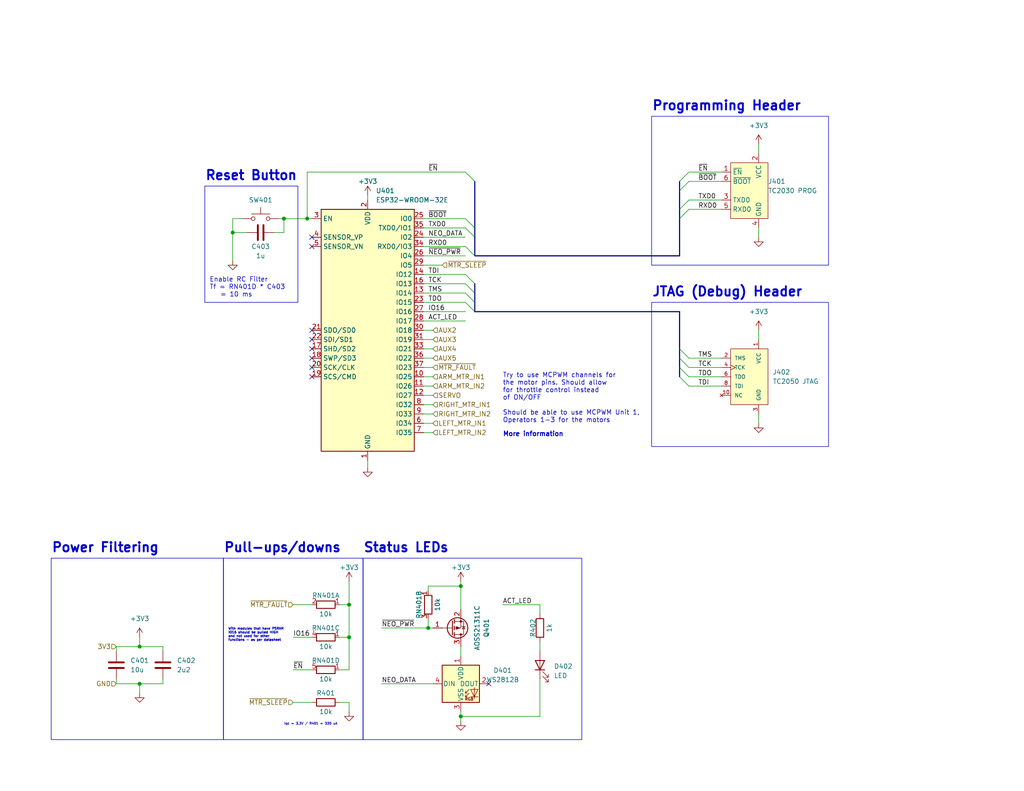
<source format=kicad_sch>
(kicad_sch (version 20230121) (generator eeschema)
  (paper "USLetter")
  (title_block (title "MiniSkidi Control Board") (date "2024-02-17") (rev "A1") (company "Olympus Engineering") (comment 1 "The ESP-32-WROOM-32EU requires a u.Fl external WiFi antenna") (comment 2 "The ESP32-WROOM-32E has a PCB WiFI antenna") (comment 3 "Compatible microcontrollers: ESP32-WROOM-32E/EU"))
  (lib_symbols
    (symbol "Device:C" (pin_numbers hide) (pin_names (offset 0.254))
      (property "Reference" "C" (at 0.635 2.54 0))
      (property "Value" "C" (at 0.635 -2.54 0))
      (symbol "C_0_1"
        (polyline (pts (xy -2.032 -0.762) (xy 2.032 -0.762)) (stroke (width 0.508)))
        (polyline (pts (xy -2.032 0.762) (xy 2.032 0.762)) (stroke (width 0.508)))
      )
      (symbol "C_1_1"
        (pin passive line (at 0 3.81 270) (length 2.794) (name "~") (number "1"))
        (pin passive line (at 0 -3.81 90) (length 2.794) (name "~") (number "2"))
      )
    )
    (symbol "Device:LED" (pin_numbers hide) (pin_names (offset 1.016) hide)
      (property "Reference" "D" (at 0 2.54 0))
      (property "Value" "LED" (at 0 -2.54 0))
      (symbol "LED_0_1"
        (polyline (pts (xy -1.27 -1.27) (xy -1.27 1.27)) (stroke (width 0.254)))
        (polyline (pts (xy -1.27 0) (xy 1.27 0)))
        (polyline (pts (xy 1.27 -1.27) (xy 1.27 1.27) (xy -1.27 0) (xy 1.27 -1.27)) (stroke (width 0.254)))
        (polyline (pts (xy -3.048 -0.762) (xy -4.572 -2.286) (xy -3.81 -2.286) (xy -4.572 -2.286) (xy -4.572 -1.524)))
        (polyline (pts (xy -1.778 -0.762) (xy -3.302 -2.286) (xy -2.54 -2.286) (xy -3.302 -2.286) (xy -3.302 -1.524)))
      )
      (symbol "LED_1_1"
        (pin passive line (at -3.81 0 0) (length 2.54) (name "K") (number "1"))
        (pin passive line (at 3.81 0 180) (length 2.54) (name "A") (number "2"))
      )
    )
    (symbol "Device:R" (pin_numbers hide) (pin_names (offset 0))
      (property "Reference" "R" (at 2.032 0 90))
      (property "Value" "R" (at 0 0 90))
      (symbol "R_0_1"
        (rectangle (start -1.016 -2.54) (end 1.016 2.54) (stroke (width 0.254)))
      )
      (symbol "R_1_1"
        (pin passive line (at 0 3.81 270) (length 1.27) (name "~") (number "1"))
        (pin passive line (at 0 -3.81 90) (length 1.27) (name "~") (number "2"))
      )
    )
    (symbol "Device:R_Network04_Split" (pin_names (offset 0) hide)
      (property "Reference" "RN" (at 2.032 0 90))
      (property "Value" "R_Network04_Split" (at 0 0 90))
      (symbol "R_Network04_Split_0_1"
        (rectangle (start 1.016 2.54) (end -1.016 -2.54) (stroke (width 0.254)))
        (pin passive line (at 0 3.81 270) (length 1.27) (name "R1") (number "1"))
      )
      (symbol "R_Network04_Split_1_1"
        (pin passive line (at 0 -3.81 90) (length 1.27) (name "R1.2") (number "2"))
      )
      (symbol "R_Network04_Split_2_1"
        (pin passive line (at 0 -3.81 90) (length 1.27) (name "R2.2") (number "3"))
      )
      (symbol "R_Network04_Split_3_1"
        (pin passive line (at 0 -3.81 90) (length 1.27) (name "R3.2") (number "4"))
      )
      (symbol "R_Network04_Split_4_1"
        (pin passive line (at 0 -3.81 90) (length 1.27) (name "R4.2") (number "5"))
      )
    )
    (symbol "LED:WS2812B" (pin_names (offset 0.254))
      (property "Reference" "D" (at 5.08 5.715 0))
      (property "Value" "WS2812B" (at 1.27 -5.715 0))
      (symbol "WS2812B_0_0"
        (text "RGB" (at 2.286 -4.191 0) (effects (font (size 0.762 0.762))))
      )
      (symbol "WS2812B_0_1"
        (polyline (pts (xy 1.27 -3.556) (xy 1.778 -3.556)))
        (polyline (pts (xy 1.27 -2.54) (xy 1.778 -2.54)))
        (polyline (pts (xy 4.699 -3.556) (xy 2.667 -3.556)))
        (polyline (pts (xy 2.286 -2.54) (xy 1.27 -3.556) (xy 1.27 -3.048)))
        (polyline (pts (xy 2.286 -1.524) (xy 1.27 -2.54) (xy 1.27 -2.032)))
        (polyline (pts (xy 3.683 -1.016) (xy 3.683 -3.556) (xy 3.683 -4.064)))
        (polyline (pts (xy 4.699 -1.524) (xy 2.667 -1.524) (xy 3.683 -3.556) (xy 4.699 -1.524)))
        (rectangle (start 5.08 5.08) (end -5.08 -5.08) (stroke (width 0.254)) (fill (type background)))
      )
      (symbol "WS2812B_1_1"
        (pin power_in line (at 0 7.62 270) (length 2.54) (name "VDD") (number "1"))
        (pin output line (at 7.62 0 180) (length 2.54) (name "DOUT") (number "2"))
        (pin power_in line (at 0 -7.62 90) (length 2.54) (name "VSS") (number "3"))
        (pin input line (at -7.62 0 0) (length 2.54) (name "DIN") (number "4"))
      )
    )
    (symbol "Olympus Engineering:Conn_ESP_JTAG_TagConnect_TC2050" (pin_names (offset 1.016))
      (property "Reference" "J" (at 3.81 8.89 0))
      (property "Value" "TC2050 JTAG" (at -2.54 -10.16 0))
      (symbol "Conn_ESP_JTAG_TagConnect_TC2050_0_0"
        (rectangle (start -5.08 -7.62) (end 5.08 7.62) (stroke (width 0.1524)) (fill (type background)))
      )
      (symbol "Conn_ESP_JTAG_TagConnect_TC2050_1_0"
        (pin passive line (at -2.54 10.16 270) (length 2.54) (name "VCC") (number "1"))
        (pin no_connect line (at 7.62 -5.08 180) (length 2.54) (name "NC") (number "10"))
        (pin bidirectional line (at 7.62 5.08 180) (length 2.54) (name "TMS") (number "2"))
        (pin power_in line (at -2.54 -10.16 90) (length 2.54) (name "GND") (number "3"))
        (pin output clock (at 7.62 2.54 180) (length 2.54) (name "TCK") (number "4"))
        (pin passive line (at -2.54 -10.16 90) (length 2.54) hide (name "GND") (number "5"))
        (pin output line (at 7.62 0 180) (length 2.54) (name "TDO") (number "6"))
        (pin passive line (at -2.54 -10.16 90) (length 2.54) hide (name "GND") (number "7"))
        (pin input line (at 7.62 -2.54 180) (length 2.54) (name "TDI") (number "8"))
        (pin passive line (at -2.54 -10.16 90) (length 2.54) hide (name "GND") (number "9"))
      )
    )
    (symbol "Olympus Engineering:Conn_ESP_PROG_TagConnect_TC2030"
      (property "Reference" "J" (at 1.27 8.89 0))
      (property "Value" "TC2030 PROG" (at 2.54 -8.89 0))
      (symbol "Conn_ESP_PROG_TagConnect_TC2030_0_1"
        (rectangle (start -7.62 7.62) (end 2.54 -7.62) (fill (type background)))
      )
      (symbol "Conn_ESP_PROG_TagConnect_TC2030_1_0"
        (pin open_collector line (at 5.08 5.08 180) (length 2.54) (name "~{EN}") (number "1"))
        (pin power_in line (at -5.08 10.16 270) (length 2.54) (name "VCC") (number "2"))
        (pin bidirectional line (at 5.08 -2.54 180) (length 2.54) (name "TXD0") (number "3"))
        (pin power_in line (at -5.08 -10.16 90) (length 2.54) (name "GND") (number "4"))
        (pin bidirectional line (at 5.08 -5.08 180) (length 2.54) (name "RXD0") (number "5"))
        (pin open_collector line (at 5.08 2.54 180) (length 2.54) (name "~{BOOT}") (number "6"))
      )
    )
    (symbol "RF_Module:ESP32-WROOM-32D"
      (property "Reference" "U" (at -12.7 34.29 0))
      (property "Value" "ESP32-WROOM-32D" (at 1.27 34.29 0))
      (symbol "ESP32-WROOM-32D_0_1"
        (rectangle (start -12.7 33.02) (end 12.7 -33.02) (stroke (width 0.254)) (fill (type background)))
      )
      (symbol "ESP32-WROOM-32D_1_1"
        (pin power_in line (at 0 -35.56 90) (length 2.54) (name "GND") (number "1"))
        (pin bidirectional line (at 15.24 -12.7 180) (length 2.54) (name "IO25") (number "10"))
        (pin bidirectional line (at 15.24 -15.24 180) (length 2.54) (name "IO26") (number "11"))
        (pin bidirectional line (at 15.24 -17.78 180) (length 2.54) (name "IO27") (number "12"))
        (pin bidirectional line (at 15.24 10.16 180) (length 2.54) (name "IO14") (number "13"))
        (pin bidirectional line (at 15.24 15.24 180) (length 2.54) (name "IO12") (number "14"))
        (pin passive line (at 0 -35.56 90) (length 2.54) hide (name "GND") (number "15"))
        (pin bidirectional line (at 15.24 12.7 180) (length 2.54) (name "IO13") (number "16"))
        (pin bidirectional line (at -15.24 -5.08 0) (length 2.54) (name "SHD/SD2") (number "17"))
        (pin bidirectional line (at -15.24 -7.62 0) (length 2.54) (name "SWP/SD3") (number "18"))
        (pin bidirectional line (at -15.24 -12.7 0) (length 2.54) (name "SCS/CMD") (number "19"))
        (pin power_in line (at 0 35.56 270) (length 2.54) (name "VDD") (number "2"))
        (pin bidirectional line (at -15.24 -10.16 0) (length 2.54) (name "SCK/CLK") (number "20"))
        (pin bidirectional line (at -15.24 0 0) (length 2.54) (name "SDO/SD0") (number "21"))
        (pin bidirectional line (at -15.24 -2.54 0) (length 2.54) (name "SDI/SD1") (number "22"))
        (pin bidirectional line (at 15.24 7.62 180) (length 2.54) (name "IO15") (number "23"))
        (pin bidirectional line (at 15.24 25.4 180) (length 2.54) (name "IO2") (number "24"))
        (pin bidirectional line (at 15.24 30.48 180) (length 2.54) (name "IO0") (number "25"))
        (pin bidirectional line (at 15.24 20.32 180) (length 2.54) (name "IO4") (number "26"))
        (pin bidirectional line (at 15.24 5.08 180) (length 2.54) (name "IO16") (number "27"))
        (pin bidirectional line (at 15.24 2.54 180) (length 2.54) (name "IO17") (number "28"))
        (pin bidirectional line (at 15.24 17.78 180) (length 2.54) (name "IO5") (number "29"))
        (pin input line (at -15.24 30.48 0) (length 2.54) (name "EN") (number "3"))
        (pin bidirectional line (at 15.24 0 180) (length 2.54) (name "IO18") (number "30"))
        (pin bidirectional line (at 15.24 -2.54 180) (length 2.54) (name "IO19") (number "31"))
        (pin no_connect line (at -12.7 -27.94 0) (length 2.54) hide (name "NC") (number "32"))
        (pin bidirectional line (at 15.24 -5.08 180) (length 2.54) (name "IO21") (number "33"))
        (pin bidirectional line (at 15.24 22.86 180) (length 2.54) (name "RXD0/IO3") (number "34"))
        (pin bidirectional line (at 15.24 27.94 180) (length 2.54) (name "TXD0/IO1") (number "35"))
        (pin bidirectional line (at 15.24 -7.62 180) (length 2.54) (name "IO22") (number "36"))
        (pin bidirectional line (at 15.24 -10.16 180) (length 2.54) (name "IO23") (number "37"))
        (pin passive line (at 0 -35.56 90) (length 2.54) hide (name "GND") (number "38"))
        (pin passive line (at 0 -35.56 90) (length 2.54) hide (name "GND") (number "39"))
        (pin input line (at -15.24 25.4 0) (length 2.54) (name "SENSOR_VP") (number "4"))
        (pin input line (at -15.24 22.86 0) (length 2.54) (name "SENSOR_VN") (number "5"))
        (pin input line (at 15.24 -25.4 180) (length 2.54) (name "IO34") (number "6"))
        (pin input line (at 15.24 -27.94 180) (length 2.54) (name "IO35") (number "7"))
        (pin bidirectional line (at 15.24 -20.32 180) (length 2.54) (name "IO32") (number "8"))
        (pin bidirectional line (at 15.24 -22.86 180) (length 2.54) (name "IO33") (number "9"))
      )
    )
    (symbol "Switch:SW_Push" (pin_numbers hide) (pin_names (offset 1.016) hide)
      (property "Reference" "SW" (at 1.27 2.54 0))
      (property "Value" "SW_Push" (at 0 -1.524 0))
      (symbol "SW_Push_0_1"
        (circle (center -2.032 0) (radius 0.508))
        (polyline (pts (xy 0 1.27) (xy 0 3.048)))
        (polyline (pts (xy 2.54 1.27) (xy -2.54 1.27)))
        (circle (center 2.032 0) (radius 0.508))
        (pin passive line (at -5.08 0 0) (length 2.54) (name "1") (number "1"))
        (pin passive line (at 5.08 0 180) (length 2.54) (name "2") (number "2"))
      )
    )
    (symbol "Transistor_FET:FDN340P" (pin_names hide)
      (property "Reference" "Q" (at 5.08 1.905 0))
      (property "Value" "FDN340P" (at 5.08 0 0))
      (symbol "FDN340P_0_1"
        (polyline (pts (xy 0.254 0) (xy -2.54 0)))
        (polyline (pts (xy 0.254 1.905) (xy 0.254 -1.905)) (stroke (width 0.254)))
        (polyline (pts (xy 0.762 -1.27) (xy 0.762 -2.286)) (stroke (width 0.254)))
        (polyline (pts (xy 0.762 0.508) (xy 0.762 -0.508)) (stroke (width 0.254)))
        (polyline (pts (xy 0.762 2.286) (xy 0.762 1.27)) (stroke (width 0.254)))
        (polyline (pts (xy 2.54 2.54) (xy 2.54 1.778)))
        (polyline (pts (xy 2.54 -2.54) (xy 2.54 0) (xy 0.762 0)))
        (polyline (pts (xy 0.762 1.778) (xy 3.302 1.778) (xy 3.302 -1.778) (xy 0.762 -1.778)))
        (polyline (pts (xy 2.286 0) (xy 1.27 0.381) (xy 1.27 -0.381) (xy 2.286 0)) (fill (type outline)))
        (polyline (pts (xy 2.794 -0.508) (xy 2.921 -0.381) (xy 3.683 -0.381) (xy 3.81 -0.254)))
        (polyline (pts (xy 3.302 -0.381) (xy 2.921 0.254) (xy 3.683 0.254) (xy 3.302 -0.381)))
        (circle (center 1.651 0) (radius 2.794) (stroke (width 0.254)))
        (circle (center 2.54 -1.778) (radius 0.254) (fill (type outline)))
        (circle (center 2.54 1.778) (radius 0.254) (fill (type outline)))
      )
      (symbol "FDN340P_1_1"
        (pin input line (at -5.08 0 0) (length 2.54) (name "G") (number "1"))
        (pin passive line (at 2.54 -5.08 90) (length 2.54) (name "S") (number "2"))
        (pin passive line (at 2.54 5.08 270) (length 2.54) (name "D") (number "3"))
      )
    )
    (symbol "power:+3V3" (power) (pin_names (offset 0))
      (property "Value" "+3V3" (at 0 3.556 0))
      (symbol "+3V3_0_1"
        (polyline (pts (xy -0.762 1.27) (xy 0 2.54)))
        (polyline (pts (xy 0 0) (xy 0 2.54)))
        (polyline (pts (xy 0 2.54) (xy 0.762 1.27)))
      )
      (symbol "+3V3_1_1"
        (pin power_in line (at 0 0 90) (length 0) hide (name "+3V3") (number "1"))
      )
    )
    (symbol "power:GND" (power) (pin_names (offset 0))
      (property "Value" "GND" (at 0 -3.81 0))
      (symbol "GND_0_1"
        (polyline (pts (xy 0 0) (xy 0 -1.27) (xy 1.27 -1.27) (xy 0 -2.54) (xy -1.27 -1.27) (xy 0 -1.27)))
      )
      (symbol "GND_1_1"
        (pin power_in line (at 0 0 270) (length 0) hide (name "GND") (number "1"))
      )
    )
  )
  (junction (at 125.73 160.02))
  (junction (at 125.73 195.58))
  (junction (at 38.1 186.69))
  (junction (at 83.82 59.69))
  (junction (at 38.1 176.53))
  (junction (at 95.25 173.99))
  (junction (at 77.47 59.69))
  (junction (at 95.25 165.1))
  (junction (at 63.5 63.5))
  (junction (at 116.84 171.45))
  (no_connect (at 85.09 67.31))
  (no_connect (at 85.09 92.71))
  (no_connect (at 85.09 95.25))
  (no_connect (at 85.09 97.79))
  (no_connect (at 133.35 186.69))
  (no_connect (at 85.09 100.33))
  (no_connect (at 85.09 102.87))
  (no_connect (at 85.09 90.17))
  (no_connect (at 85.09 64.77))
  (bus_entry (at 185.42 95.25) (size 2.54 2.54))
  (bus_entry (at 129.54 49.53) (size -2.54 -2.54))
  (bus_entry (at 185.42 52.07) (size 2.54 -2.54))
  (bus_entry (at 129.54 64.77) (size -2.54 -2.54))
  (bus_entry (at 127 82.55) (size 2.54 2.54))
  (bus_entry (at 185.42 97.79) (size 2.54 2.54))
  (bus_entry (at 129.54 69.85) (size -2.54 -2.54))
  (bus_entry (at 127 77.47) (size 2.54 2.54))
  (bus_entry (at 185.42 49.53) (size 2.54 -2.54))
  (bus_entry (at 185.42 100.33) (size 2.54 2.54))
  (bus_entry (at 185.42 102.87) (size 2.54 2.54))
  (bus_entry (at 129.54 62.23) (size -2.54 -2.54))
  (bus_entry (at 185.42 57.15) (size 2.54 -2.54))
  (bus_entry (at 127 74.93) (size 2.54 2.54))
  (bus_entry (at 185.42 59.69) (size 2.54 -2.54))
  (bus_entry (at 127 80.01) (size 2.54 2.54))
  (bus (pts (xy 129.54 82.55) (xy 129.54 85.09)))
  (bus (pts (xy 129.54 49.53) (xy 129.54 62.23)))
  (wire (pts (xy 38.1 176.53) (xy 44.45 176.53)))
  (wire (pts (xy 187.96 46.99) (xy 196.85 46.99)))
  (wire (pts (xy 115.57 69.85) (xy 127 69.85)))
  (wire (pts (xy 115.57 67.31) (xy 127 67.31)))
  (wire (pts (xy 115.57 102.87) (xy 118.11 102.87)))
  (bus (pts (xy 129.54 64.77) (xy 129.54 69.85)))
  (wire (pts (xy 207.01 41.91) (xy 207.01 39.37)))
  (wire (pts (xy 95.25 191.77) (xy 95.25 194.31)))
  (wire (pts (xy 196.85 105.41) (xy 187.96 105.41)))
  (wire (pts (xy 63.5 59.69) (xy 63.5 63.5)))
  (wire (pts (xy 95.25 173.99) (xy 95.25 165.1)))
  (wire (pts (xy 31.75 176.53) (xy 38.1 176.53)))
  (wire (pts (xy 95.25 158.75) (xy 95.25 165.1)))
  (bus (pts (xy 185.42 97.79) (xy 185.42 100.33)))
  (wire (pts (xy 115.57 80.01) (xy 127 80.01)))
  (wire (pts (xy 115.57 62.23) (xy 127 62.23)))
  (wire (pts (xy 115.57 115.57) (xy 118.11 115.57)))
  (wire (pts (xy 187.96 49.53) (xy 196.85 49.53)))
  (wire (pts (xy 115.57 105.41) (xy 118.11 105.41)))
  (wire (pts (xy 115.57 110.49) (xy 118.11 110.49)))
  (wire (pts (xy 115.57 87.63) (xy 127 87.63)))
  (wire (pts (xy 125.73 160.02) (xy 125.73 158.75)))
  (bus (pts (xy 129.54 62.23) (xy 129.54 64.77)))
  (wire (pts (xy 44.45 177.8) (xy 44.45 176.53)))
  (wire (pts (xy 115.57 64.77) (xy 127 64.77)))
  (wire (pts (xy 83.82 59.69) (xy 85.09 59.69)))
  (bus (pts (xy 185.42 49.53) (xy 185.42 52.07)))
  (wire (pts (xy 77.47 59.69) (xy 77.47 63.5)))
  (wire (pts (xy 31.75 186.69) (xy 38.1 186.69)))
  (bus (pts (xy 129.54 85.09) (xy 185.42 85.09)))
  (bus (pts (xy 185.42 100.33) (xy 185.42 102.87)))
  (wire (pts (xy 115.57 85.09) (xy 127 85.09)))
  (wire (pts (xy 115.57 118.11) (xy 118.11 118.11)))
  (wire (pts (xy 115.57 72.39) (xy 120.65 72.39)))
  (wire (pts (xy 80.01 173.99) (xy 85.09 173.99)))
  (wire (pts (xy 63.5 63.5) (xy 67.31 63.5)))
  (wire (pts (xy 115.57 107.95) (xy 118.11 107.95)))
  (wire (pts (xy 31.75 177.8) (xy 31.75 176.53)))
  (bus (pts (xy 129.54 69.85) (xy 185.42 69.85)))
  (wire (pts (xy 66.04 59.69) (xy 63.5 59.69)))
  (wire (pts (xy 80.01 191.77) (xy 85.09 191.77)))
  (bus (pts (xy 185.42 52.07) (xy 185.42 57.15)))
  (wire (pts (xy 83.82 46.99) (xy 83.82 59.69)))
  (bus (pts (xy 129.54 77.47) (xy 129.54 80.01)))
  (wire (pts (xy 196.85 102.87) (xy 187.96 102.87)))
  (wire (pts (xy 38.1 186.69) (xy 44.45 186.69)))
  (wire (pts (xy 100.33 53.34) (xy 100.33 54.61)))
  (wire (pts (xy 187.96 54.61) (xy 196.85 54.61)))
  (bus (pts (xy 185.42 85.09) (xy 185.42 95.25)))
  (wire (pts (xy 92.71 182.88) (xy 95.25 182.88)))
  (wire (pts (xy 125.73 176.53) (xy 125.73 179.07)))
  (wire (pts (xy 116.84 171.45) (xy 118.11 171.45)))
  (wire (pts (xy 44.45 186.69) (xy 44.45 185.42)))
  (wire (pts (xy 77.47 59.69) (xy 83.82 59.69)))
  (wire (pts (xy 92.71 165.1) (xy 95.25 165.1)))
  (bus (pts (xy 185.42 59.69) (xy 185.42 69.85)))
  (wire (pts (xy 80.01 182.88) (xy 85.09 182.88)))
  (wire (pts (xy 76.2 59.69) (xy 77.47 59.69)))
  (wire (pts (xy 115.57 77.47) (xy 127 77.47)))
  (wire (pts (xy 147.32 185.42) (xy 147.32 195.58)))
  (wire (pts (xy 31.75 185.42) (xy 31.75 186.69)))
  (wire (pts (xy 187.96 57.15) (xy 196.85 57.15)))
  (wire (pts (xy 125.73 160.02) (xy 125.73 166.37)))
  (wire (pts (xy 115.57 82.55) (xy 127 82.55)))
  (wire (pts (xy 147.32 167.64) (xy 147.32 165.1)))
  (wire (pts (xy 115.57 59.69) (xy 127 59.69)))
  (wire (pts (xy 207.01 90.17) (xy 207.01 92.71)))
  (wire (pts (xy 92.71 191.77) (xy 95.25 191.77)))
  (wire (pts (xy 115.57 92.71) (xy 118.11 92.71)))
  (wire (pts (xy 92.71 173.99) (xy 95.25 173.99)))
  (wire (pts (xy 147.32 195.58) (xy 125.73 195.58)))
  (wire (pts (xy 147.32 175.26) (xy 147.32 177.8)))
  (wire (pts (xy 125.73 195.58) (xy 125.73 196.85)))
  (wire (pts (xy 116.84 168.91) (xy 116.84 171.45)))
  (wire (pts (xy 137.16 165.1) (xy 147.32 165.1)))
  (bus (pts (xy 129.54 80.01) (xy 129.54 82.55)))
  (wire (pts (xy 100.33 125.73) (xy 100.33 127.635)))
  (wire (pts (xy 80.01 165.1) (xy 85.09 165.1)))
  (wire (pts (xy 116.84 160.02) (xy 116.84 161.29)))
  (wire (pts (xy 38.1 173.99) (xy 38.1 176.53)))
  (wire (pts (xy 104.14 186.69) (xy 118.11 186.69)))
  (wire (pts (xy 196.85 97.79) (xy 187.96 97.79)))
  (bus (pts (xy 185.42 57.15) (xy 185.42 59.69)))
  (wire (pts (xy 196.85 100.33) (xy 187.96 100.33)))
  (wire (pts (xy 116.84 160.02) (xy 125.73 160.02)))
  (wire (pts (xy 83.82 46.99) (xy 127 46.99)))
  (wire (pts (xy 104.14 171.45) (xy 116.84 171.45)))
  (wire (pts (xy 125.73 194.31) (xy 125.73 195.58)))
  (wire (pts (xy 95.25 173.99) (xy 95.25 182.88)))
  (wire (pts (xy 115.57 97.79) (xy 118.11 97.79)))
  (wire (pts (xy 115.57 113.03) (xy 118.11 113.03)))
  (wire (pts (xy 115.57 74.93) (xy 127 74.93)))
  (wire (pts (xy 115.57 95.25) (xy 118.11 95.25)))
  (bus (pts (xy 185.42 95.25) (xy 185.42 97.79)))
  (wire (pts (xy 115.57 100.33) (xy 118.11 100.33)))
  (wire (pts (xy 77.47 63.5) (xy 74.93 63.5)))
  (wire (pts (xy 38.1 186.69) (xy 38.1 189.23)))
  (wire (pts (xy 207.01 62.23) (xy 207.01 64.77)))
  (wire (pts (xy 207.01 113.03) (xy 207.01 115.57)))
  (wire (pts (xy 115.57 90.17) (xy 118.11 90.17)))
  (wire (pts (xy 63.5 63.5) (xy 63.5 71.12)))
  (rectangle (start 13.97 152.4) (end 60.96 201.93))
  (rectangle (start 60.96 152.4) (end 99.06 201.93))
  (rectangle (start 55.88 50.8) (end 81.28 82.55))
  (rectangle (start 177.8 82.55) (end 226.06 121.92))
  (rectangle (start 177.8 31.75) (end 226.06 72.39))
  (rectangle (start 99.06 152.4) (end 158.75 201.93))
  (text "Status LEDs" (at 99.06 151.13 0) (effects (font (size 2.54 2.54) (thickness 0.508) bold) (justify left bottom)))
  (text "Pull-ups/downs" (at 60.96 151.13 0) (effects (font (size 2.54 2.54) (thickness 0.508) bold) (justify left bottom)))
  (text "Reset Button" (at 55.88 49.53 0) (effects (font (size 2.54 2.54) (thickness 0.508) bold) (justify left bottom)))
  (text "More information" (at 137.16 119.38 0) (effects (font (size 1.27 1.27) (thickness 0.254) bold) (justify left bottom)))
  (text "Try to use MCPWM channels for \nthe motor pins. Should allow\nfor throttle control instead\nof ON/OFF\n\nShould be able to use MCPWM Unit 1,\nOperators 1-3 for the motors" (at 137.16 115.57 0) (effects (font (size 1.27 1.27)) (justify left bottom)))
  (text "Programming Header" (at 177.8 30.48 0) (effects (font (size 2.54 2.54) (thickness 0.508) bold) (justify left bottom)))
  (text "Iqc = 3.3V / R401 = 330 uA" (at 77.47 198.12 0) (effects (font (size 0.635 0.635) bold) (justify left bottom)))
  (text "JTAG (Debug) Header" (at 177.8 81.28 0) (effects (font (size 2.54 2.54) (thickness 0.508) bold) (justify left bottom)))
  (text "Enable RC Filter\nTf = RN401D * C403\n   = 10 ms" (at 57.15 81.28 0) (effects (font (size 1.27 1.27)) (justify left bottom)))
  (text "With modules that have PSRAM\nIO16 should be pulled HIGH\nand not used for other\nfunctions - as per datasheet" (at 62.23 175.26 0) (effects (font (size 0.635 0.635)) (justify left bottom)))
  (text "Power Filtering" (at 13.97 151.13 0) (effects (font (size 2.54 2.54) (thickness 0.508) bold) (justify left bottom)))
  (label "NEO_DATA" (at 116.84 64.77 0))
  (label "TCK" (at 116.84 77.47 0))
  (label "~{NEO_PWR}" (at 104.14 171.45 0))
  (label "~{BOOT}" (at 116.84 59.69 0))
  (label "TXD0" (at 116.84 62.23 0))
  (label "RXD0" (at 116.84 67.31 0))
  (label "IO16" (at 80.01 173.99 0))
  (label "ACT_LED" (at 116.84 87.63 0))
  (label "NEO_DATA" (at 104.14 186.69 0))
  (label "TCK" (at 190.5 100.33 0))
  (label "~{EN}" (at 116.84 46.99 0))
  (label "TDO" (at 116.84 82.55 0))
  (label "TMS" (at 116.84 80.01 0))
  (label "RXD0" (at 190.5 57.15 0))
  (label "~{EN}" (at 190.5 46.99 0))
  (label "TDI" (at 190.5 105.41 0))
  (label "TMS" (at 194.31 97.79 180))
  (label "TXD0" (at 190.5 54.61 0))
  (label "ACT_LED" (at 137.16 165.1 0))
  (label "~{BOOT}" (at 190.5 49.53 0))
  (label "TDI" (at 116.84 74.93 0))
  (label "~{NEO_PWR}" (at 116.84 69.85 0))
  (label "IO16" (at 116.84 85.09 0))
  (label "~{EN}" (at 80.01 182.88 0))
  (label "TDO" (at 190.5 102.87 0))
  (hierarchical_label "ARM_MTR_IN2" (shape input) (at 118.11 105.41 0))
  (hierarchical_label "LEFT_MTR_IN2" (shape input) (at 118.11 118.11 0))
  (hierarchical_label "AUX5" (shape input) (at 118.11 97.79 0))
  (hierarchical_label "SERVO" (shape input) (at 118.11 107.95 0))
  (hierarchical_label "ARM_MTR_IN1" (shape input) (at 118.11 102.87 0))
  (hierarchical_label "AUX4" (shape input) (at 118.11 95.25 0))
  (hierarchical_label "3V3" (shape input) (at 31.75 176.53 180))
  (hierarchical_label "RIGHT_MTR_IN2" (shape input) (at 118.11 113.03 0))
  (hierarchical_label "~{MTR_SLEEP}" (shape input) (at 120.65 72.39 0))
  (hierarchical_label "~{MTR_FAULT}" (shape input) (at 80.01 165.1 180))
  (hierarchical_label "LEFT_MTR_IN1" (shape input) (at 118.11 115.57 0))
  (hierarchical_label "AUX3" (shape input) (at 118.11 92.71 0))
  (hierarchical_label "~{MTR_SLEEP}" (shape input) (at 80.01 191.77 180))
  (hierarchical_label "GND" (shape input) (at 31.75 186.69 180))
  (hierarchical_label "~{MTR_FAULT}" (shape input) (at 118.11 100.33 0))
  (hierarchical_label "AUX2" (shape input) (at 118.11 90.17 0))
  (hierarchical_label "RIGHT_MTR_IN1" (shape input) (at 118.11 110.49 0))
  (symbol (lib_id "Device:C") (at 44.45 181.61 0) (unit 1)
    (property "Reference" "C402" (at 48.26 180.34 0) (effects (justify left)))
    (property "Value" "2u2" (at 48.26 182.88 0) (effects (justify left)))
  )
  (symbol (lib_id "power:GND") (at 100.33 127.635 0) (mirror y) (unit 1)
    (property "Reference" "#PWR0408" (effects hide))
    (property "Value" "GND" (effects hide))
  )
  (symbol (lib_id "power:GND") (at 63.5 71.12 0) (unit 1)
    (property "Reference" "#PWR0402" (effects hide))
    (property "Value" "GND" (effects hide))
  )
  (symbol (lib_id "Transistor_FET:FDN340P") (at 123.19 171.45 0) (mirror x) (unit 1)
    (property "Reference" "Q401" (at 132.715 171.45 90))
    (property "Value" "AOSS21311C" (at 130.175 171.45 90))
    (property "Footprint" "Package_TO_SOT_SMD:SOT-23" (effects hide))
    (property "Datasheet" "https://aosmd.com/res/data_sheets/AOSS21311C.pdf" (effects hide))
    (property "Distributor Link" "https://www.digikey.com/en/products/detail/alpha-omega-semiconductor-inc/AOSS21311C/11567447?s=N4IgTCBcDaIIIHkDKSwEYDMa0GEQF0BfIA" (effects hide))
    (property "Manfacturer PN" "AOSS21311C" (effects hide))
    (property "Manufacturer" "Alpha & Omega Semiconductor Inc." (effects hide))
  )
  (symbol (lib_id "Device:R") (at 147.32 171.45 180) (unit 1)
    (property "Reference" "R402" (at 145.415 171.45 90))
    (property "Value" "1k" (at 149.86 171.45 90))
    (property "Footprint" "Resistor_SMD:R_0603_1608Metric" (effects hide))
    (property "Datasheet" "https://www.yageo.com/upload/media/product/app/datasheet/rchip/pyu-rc_group_51_rohs_l.pdf" (effects hide))
    (property "Distributor Link" "https://www.digikey.com/en/products/detail/yageo/RC0603FR-131ML/13694152" (effects hide))
    (property "Manfacturer PN" "RC0603FR-131ML" (effects hide))
    (property "Manufacturer" "YAGEO" (effects hide))
  )
  (symbol (lib_id "power:+3V3") (at 207.01 90.17 0) (mirror y) (unit 1)
    (property "Reference" "#PWR0405" (effects hide))
    (property "Value" "+3V3" (at 207.01 85.09 0))
  )
  (symbol (lib_id "Device:C") (at 71.12 63.5 270) (unit 1)
    (property "Reference" "C403" (at 71.12 67.31 90))
    (property "Value" "1u" (at 71.12 69.85 90))
  )
  (symbol (lib_id "Device:R") (at 88.9 191.77 90) (unit 1)
    (property "Reference" "R401" (at 88.9 189.23 90))
    (property "Value" "10k" (at 88.9 194.31 90))
  )
  (symbol (lib_id "power:GND") (at 207.01 64.77 0) (mirror y) (unit 1)
    (property "Reference" "#PWR0404" (effects hide))
    (property "Value" "GND" (effects hide))
  )
  (symbol (lib_id "Device:C") (at 31.75 181.61 0) (unit 1)
    (property "Reference" "C401" (at 35.56 180.34 0) (effects (justify left)))
    (property "Value" "10u" (at 35.56 182.88 0) (effects (justify left)))
  )
  (symbol (lib_id "Device:LED") (at 147.32 181.61 90) (unit 1)
    (property "Reference" "D402" (at 151.13 181.9275 90) (effects (justify right)))
    (property "Value" "LED" (at 151.13 184.4675 90) (effects (justify right)))
  )
  (symbol (lib_id "Device:R_Network04_Split") (at 88.9 173.99 270) (mirror x) (unit 3)
    (property "Reference" "RN401" (at 88.9 171.45 90))
    (property "Value" "10k" (at 88.9 176.53 90))
    (property "Footprint" "Resistor_THT:R_Array_SIP5" (effects hide))
    (property "Datasheet" "http://www.vishay.com/docs/31509/csc.pdf" (effects hide))
  )
  (symbol (lib_id "Olympus Engineering:Conn_ESP_JTAG_TagConnect_TC2050") (at 204.47 102.87 0) (mirror y) (unit 1)
    (property "Reference" "J402" (at 210.82 101.6 0) (effects (justify right)))
    (property "Value" "TC2050 JTAG" (at 210.82 104.14 0) (effects (justify right)))
    (property "Footprint" "TC2050-IDC:TAG-CONNECT_TC2050-IDC" (effects hide))
    (property "MF" "Tag-Connect LLC" (effects hide))
    (property "Description" "\nMSP-FET430 Flash Emulation Tool Plug-Of-Nails™ Adapter Cable\n" (effects hide))
    (property "Package" "None" (effects hide))
    (property "Price" "None" (effects hide))
    (property "STANDARD" "Manufacturer Recommendations" (effects hide))
    (property "PARTREV" "A" (effects hide))
    (property "SnapEDA_Link" "https://www.snapeda.com/parts/TC2050-IDC/Tag-Connect+LLC/view-part/?ref=snap" (effects hide))
    (property "MP" "TC2050-IDC" (effects hide))
    (property "Availability" "In Stock" (effects hide))
    (property "Check_prices" "https://www.snapeda.com/parts/TC2050-IDC/Tag-Connect+LLC/view-part/?ref=eda" (effects hide))
  )
  (symbol (lib_id "Device:R_Network04_Split") (at 88.9 165.1 270) (mirror x) (unit 1)
    (property "Reference" "RN401" (at 88.9 162.56 90))
    (property "Value" "10k" (at 88.9 167.64 90))
    (property "Footprint" "Resistor_THT:R_Array_SIP5" (effects hide))
    (property "Datasheet" "http://www.vishay.com/docs/31509/csc.pdf" (effects hide))
  )
  (symbol (lib_id "power:GND") (at 95.25 194.31 0) (unit 1)
    (property "Reference" "#PWR0413" (effects hide))
    (property "Value" "GND" (effects hide))
  )
  (symbol (lib_id "Device:R_Network04_Split") (at 116.84 165.1 0) (mirror y) (unit 2)
    (property "Reference" "RN401" (at 114.3 165.1 90))
    (property "Value" "10k" (at 119.38 165.1 90))
    (property "Footprint" "Resistor_THT:R_Array_SIP5" (effects hide))
    (property "Datasheet" "http://www.vishay.com/docs/31509/csc.pdf" (effects hide))
  )
  (symbol (lib_id "LED:WS2812B") (at 125.73 186.69 0) (unit 1)
    (property "Reference" "D401" (at 137.16 183.0421 0))
    (property "Value" "WS2812B" (at 137.16 185.5821 0))
    (property "Footprint" "LED_SMD:LED_WS2812B_PLCC4_5.0x5.0mm_P3.2mm" (effects hide))
    (property "Datasheet" "https://cdn-shop.adafruit.com/datasheets/WS2812B.pdf" (effects hide))
  )
  (symbol (lib_id "power:+3V3") (at 100.33 53.34 0) (unit 1)
    (property "Reference" "#PWR0401" (effects hide))
    (property "Value" "+3V3" (at 100.33 49.53 0))
  )
  (symbol (lib_id "power:+3V3") (at 38.1 173.99 0) (unit 1)
    (property "Reference" "#PWR0407" (effects hide))
    (property "Value" "+3V3" (at 38.1 168.91 0))
  )
  (symbol (lib_id "power:GND") (at 125.73 196.85 0) (unit 1)
    (property "Reference" "#PWR0411" (effects hide))
    (property "Value" "GND" (effects hide))
  )
  (symbol (lib_id "power:+3V3") (at 125.73 158.75 0) (unit 1)
    (property "Reference" "#PWR0412" (effects hide))
    (property "Value" "+3V3" (at 125.73 154.94 0))
  )
  (symbol (lib_id "Device:R_Network04_Split") (at 88.9 182.88 270) (mirror x) (unit 4)
    (property "Reference" "RN401" (at 88.9 180.34 90))
    (property "Value" "10k" (at 88.9 185.42 90))
    (property "Footprint" "Resistor_THT:R_Array_SIP5" (effects hide))
    (property "Datasheet" "http://www.vishay.com/docs/31509/csc.pdf" (effects hide))
  )
  (symbol (lib_id "power:+3V3") (at 207.01 39.37 0) (mirror y) (unit 1)
    (property "Reference" "#PWR0403" (effects hide))
    (property "Value" "+3V3" (at 207.01 34.29 0))
  )
  (symbol (lib_id "Switch:SW_Push") (at 71.12 59.69 0) (unit 1)
    (property "Reference" "SW401" (at 71.12 54.61 0))
    (property "Value" "SW_Push" (effects hide))
  )
  (symbol (lib_id "RF_Module:ESP32-WROOM-32D") (at 100.33 90.17 0) (unit 1)
    (property "Reference" "U401" (at 102.5241 52.07 0) (effects (justify left)))
    (property "Value" "ESP32-WROOM-32E" (at 102.5241 54.61 0) (effects (justify left)))
    (property "Footprint" "RF_Module:ESP32-WROOM-32D" (effects hide))
    (property "Datasheet" "https://www.espressif.com/sites/default/files/documentation/esp32-wroom-32e_esp32-wroom-32ue_datasheet_en.pdf" (effects hide))
  )
  (symbol (lib_id "Olympus Engineering:Conn_ESP_PROG_TagConnect_TC2030") (at 201.93 52.07 0) (mirror y) (unit 1)
    (property "Reference" "J401" (at 209.55 49.53 0) (effects (justify right)))
    (property "Value" "TC2030 PROG" (at 209.55 52.07 0) (effects (justify right)))
    (property "Footprint" "Connector:Tag-Connect_TC2030-IDC-FP_2x03_P1.27mm_Vertical" (effects hide))
  )
  (symbol (lib_id "power:GND") (at 207.01 115.57 0) (mirror y) (unit 1)
    (property "Reference" "#PWR0406" (effects hide))
    (property "Value" "GND" (effects hide))
  )
  (symbol (lib_id "power:GND") (at 38.1 189.23 0) (unit 1)
    (property "Reference" "#PWR0410" (effects hide))
    (property "Value" "GND" (effects hide))
  )
  (symbol (lib_id "power:+3V3") (at 95.25 158.75 0) (unit 1)
    (property "Reference" "#PWR0409" (effects hide))
    (property "Value" "+3V3" (at 95.25 154.94 0))
  )
)
</source>
